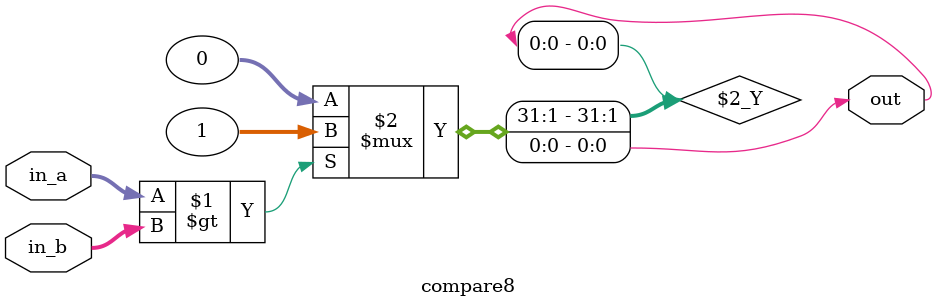
<source format=v>
module compare8(in_a,in_b,out);
input[7:0] in_a ;
input[7:0] in_b ;
output out;
assign  out =  in_a  > in_b ? 1 : 0;
endmodule
</source>
